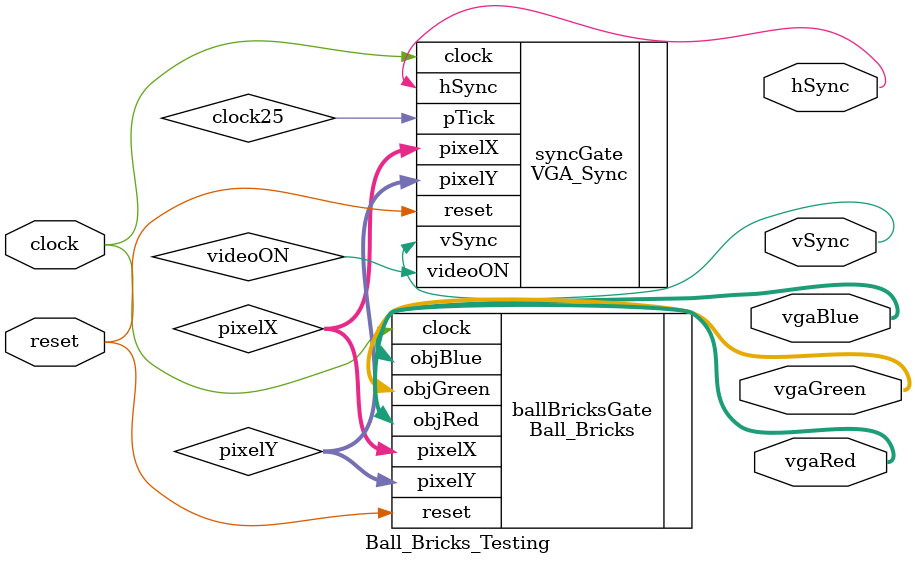
<source format=v>
`timescale 1ns / 1ps


module Ball_Bricks_Testing(
    input clock, reset,
    //input switch, 
    output hSync, vSync,
    
    //4 bit color signals
    output[3:0] vgaRed,
    output[3:0] vgaGreen,
    output[3:0] vgaBlue
    );
    
    wire videoON;
    //reg videoON_reg;
    wire [9:0] pixelX, pixelY;
    wire clock25;   //25MHz clock from VGA_Sync
    reg[3:0] red, green, blue;
    //wire squareBall;
    
    reg[3:0] redWire, greenWire, blueWire;
    VGA_Sync syncGate(.clock(clock), .reset(reset), .hSync(hSync), .vSync(vSync),
    .videoON(videoON), .pTick(clock25), .pixelX(pixelX), .pixelY(pixelY));
    
    Ball_Bricks ballBricksGate(.clock(clock), .reset(reset), .pixelX(pixelX), .pixelY(pixelY), 
    .objRed(vgaRed), .objGreen(vgaGreen), .objBlue(vgaBlue));
    
endmodule

</source>
